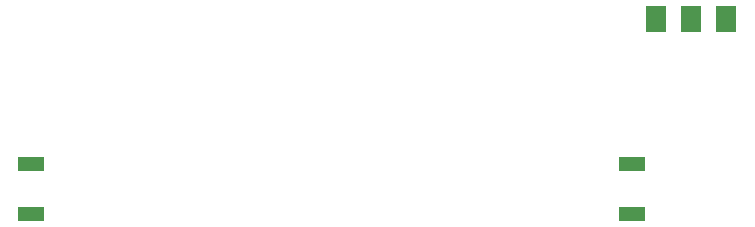
<source format=gbr>
G04 DipTrace 3.2.0.1*
G04 TopPaste.gbr*
%MOIN*%
G04 #@! TF.FileFunction,Paste,Top*
G04 #@! TF.Part,Single*
%ADD46R,0.070866X0.090551*%
%ADD48R,0.086614X0.051181*%
%FSLAX26Y26*%
G04*
G70*
G90*
G75*
G01*
G04 TopPaste*
%LPD*%
D48*
X893370Y1624214D3*
Y1458860D3*
X2896425Y1624311D3*
Y1458957D3*
D46*
X2975190Y2108849D3*
X3093300D3*
X3211410D3*
M02*

</source>
